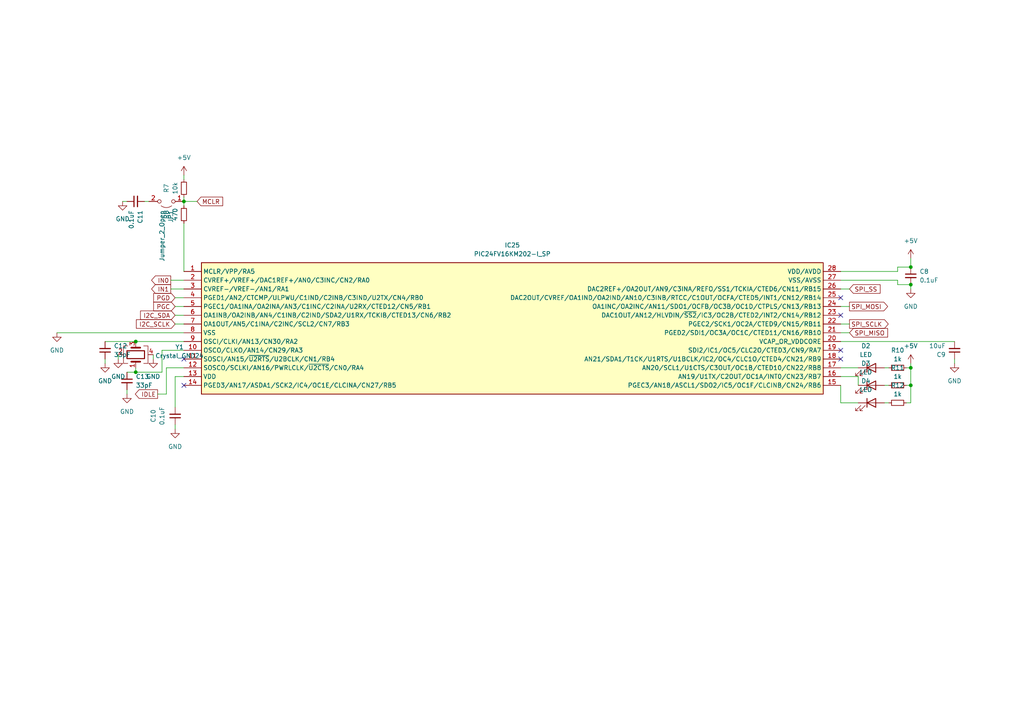
<source format=kicad_sch>
(kicad_sch (version 20230121) (generator eeschema)
  (paper "A4")
  (lib_symbols
    (symbol "Device:C_Small" (pin_numbers hide) (pin_names (offset 0.254) hide)
      (property "Reference" "C" (at 0.254 1.778 0))
      (property "Value" "C_Small" (at 0.254 -2.032 0))
      (symbol "C_Small_0_1"
        (polyline (pts (xy -1.524 -0.508) (xy 1.524 -0.508)) (stroke (width 0.3302)))
        (polyline (pts (xy -1.524 0.508) (xy 1.524 0.508)) (stroke (width 0.3048)))
      )
      (symbol "C_Small_1_1"
        (pin passive line (at 0 2.54 270) (length 2.032) (name "~") (number "1"))
        (pin passive line (at 0 -2.54 90) (length 2.032) (name "~") (number "2"))
      )
    )
    (symbol "Device:Crystal_GND24" (pin_names (offset 1.016) hide)
      (property "Reference" "Y" (at 3.175 5.08 0))
      (property "Value" "Crystal_GND24" (at 3.175 3.175 0))
      (symbol "Crystal_GND24_0_1"
        (rectangle (start -1.143 2.54) (end 1.143 -2.54) (stroke (width 0.3048)))
        (polyline (pts (xy -2.54 0) (xy -2.032 0)))
        (polyline (pts (xy -2.032 -1.27) (xy -2.032 1.27)) (stroke (width 0.508)))
        (polyline (pts (xy 0 -3.81) (xy 0 -3.556)))
        (polyline (pts (xy 0 3.556) (xy 0 3.81)))
        (polyline (pts (xy 2.032 -1.27) (xy 2.032 1.27)) (stroke (width 0.508)))
        (polyline (pts (xy 2.032 0) (xy 2.54 0)))
        (polyline (pts (xy -2.54 -2.286) (xy -2.54 -3.556) (xy 2.54 -3.556) (xy 2.54 -2.286)))
        (polyline (pts (xy -2.54 2.286) (xy -2.54 3.556) (xy 2.54 3.556) (xy 2.54 2.286)))
      )
      (symbol "Crystal_GND24_1_1"
        (pin passive line (at -3.81 0 0) (length 1.27) (name "1") (number "1"))
        (pin passive line (at 0 5.08 270) (length 1.27) (name "2") (number "2"))
        (pin passive line (at 3.81 0 180) (length 1.27) (name "3") (number "3"))
        (pin passive line (at 0 -5.08 90) (length 1.27) (name "4") (number "4"))
      )
    )
    (symbol "Device:LED" (pin_numbers hide) (pin_names (offset 1.016) hide)
      (property "Reference" "D" (at 0 2.54 0))
      (property "Value" "LED" (at 0 -2.54 0))
      (symbol "LED_0_1"
        (polyline (pts (xy -1.27 -1.27) (xy -1.27 1.27)) (stroke (width 0.254)))
        (polyline (pts (xy -1.27 0) (xy 1.27 0)))
        (polyline (pts (xy 1.27 -1.27) (xy 1.27 1.27) (xy -1.27 0) (xy 1.27 -1.27)) (stroke (width 0.254)))
        (polyline (pts (xy -3.048 -0.762) (xy -4.572 -2.286) (xy -3.81 -2.286) (xy -4.572 -2.286) (xy -4.572 -1.524)))
        (polyline (pts (xy -1.778 -0.762) (xy -3.302 -2.286) (xy -2.54 -2.286) (xy -3.302 -2.286) (xy -3.302 -1.524)))
      )
      (symbol "LED_1_1"
        (pin passive line (at -3.81 0 0) (length 2.54) (name "K") (number "1"))
        (pin passive line (at 3.81 0 180) (length 2.54) (name "A") (number "2"))
      )
    )
    (symbol "Device:R_Small" (pin_numbers hide) (pin_names (offset 0.254) hide)
      (property "Reference" "R" (at 0.762 0.508 0))
      (property "Value" "R_Small" (at 0.762 -1.016 0))
      (symbol "R_Small_0_1"
        (rectangle (start -0.762 1.778) (end 0.762 -1.778) (stroke (width 0.2032)))
      )
      (symbol "R_Small_1_1"
        (pin passive line (at 0 2.54 270) (length 0.762) (name "~") (number "1"))
        (pin passive line (at 0 -2.54 90) (length 0.762) (name "~") (number "2"))
      )
    )
    (symbol "Jumper:Jumper_2_Open" (pin_names (offset 0) hide)
      (property "Reference" "JP" (at 0 2.794 0))
      (property "Value" "Jumper_2_Open" (at 0 -2.286 0))
      (symbol "Jumper_2_Open_0_0"
        (circle (center -2.032 0) (radius 0.508))
        (circle (center 2.032 0) (radius 0.508))
      )
      (symbol "Jumper_2_Open_0_1"
        (arc (start 1.524 1.27) (mid 0 1.778) (end -1.524 1.27))
      )
      (symbol "Jumper_2_Open_1_1"
        (pin passive line (at -5.08 0 0) (length 2.54) (name "A") (number "1"))
        (pin passive line (at 5.08 0 180) (length 2.54) (name "B") (number "2"))
      )
    )
    (symbol "PIC24FV16KM202-I_SP:PIC24FV16KM202-I_SP"
      (property "Reference" "IC" (at 186.69 7.62 0))
      (property "Value" "PIC24FV16KM202-I_SP" (at 186.69 5.08 0))
      (symbol "PIC24FV16KM202-I_SP_1_1"
        (rectangle (start 5.08 2.54) (end 185.42 -35.56) (stroke (width 0.254)) (fill (type background)))
        (pin passive line (at 0 0 0) (length 5.08) (name "MCLR/VPP/RA5") (number "1"))
        (pin bidirectional line (at 0 -22.86 0) (length 5.08) (name "OSCO/CLKO/AN14/CN29/RA3") (number "10"))
        (pin bidirectional line (at 0 -25.4 0) (length 5.08) (name "SOSCI/AN15/~{U2RTS}/U2BCLK/CN1/RB4") (number "11"))
        (pin bidirectional line (at 0 -27.94 0) (length 5.08) (name "SOSCO/SCLKI/AN16/PWRLCLK/~{U2CTS}/CN0/RA4") (number "12"))
        (pin power_in line (at 0 -30.48 0) (length 5.08) (name "VDD") (number "13"))
        (pin bidirectional line (at 0 -33.02 0) (length 5.08) (name "PGED3/AN17/ASDA1/SCK2/IC4/OC1E/CLCINA/CN27/RB5") (number "14"))
        (pin bidirectional line (at 190.5 -33.02 180) (length 5.08) (name "PGEC3/AN18/ASCL1/SDO2/IC5/OC1F/CLCINB/CN24/RB6") (number "15"))
        (pin bidirectional line (at 190.5 -30.48 180) (length 5.08) (name "AN19/U1TX/C2OUT/OC1A/INT0/CN23/RB7") (number "16"))
        (pin bidirectional line (at 190.5 -27.94 180) (length 5.08) (name "AN20/SCL1/U1CTS/C3OUT/OC1B/CTED10/CN22/RB8") (number "17"))
        (pin bidirectional line (at 190.5 -25.4 180) (length 5.08) (name "AN21/SDA1/T1CK/U1RTS/U1BCLK/IC2/OC4/CLC1O/CTED4/CN21/RB9") (number "18"))
        (pin bidirectional line (at 190.5 -22.86 180) (length 5.08) (name "SDI2/IC1/OC5/CLC2O/CTED3/CN9/RA7") (number "19"))
        (pin bidirectional line (at 0 -2.54 0) (length 5.08) (name "CVREF+/VREF+/DAC1REF+/AN0/C3INC/CN2/RA0") (number "2"))
        (pin passive line (at 190.5 -20.32 180) (length 5.08) (name "VCAP_OR_VDDCORE") (number "20"))
        (pin bidirectional line (at 190.5 -17.78 180) (length 5.08) (name "PGED2/SDI1/OC3A/OC1C/CTED11/CN16/RB10") (number "21"))
        (pin bidirectional line (at 190.5 -15.24 180) (length 5.08) (name "PGEC2/SCK1/OC2A/CTED9/CN15/RB11") (number "22"))
        (pin bidirectional line (at 190.5 -12.7 180) (length 5.08) (name "DAC1OUT/AN12/HLVDIN/~{SS2}/IC3/OC2B/CTED2/INT2/CN14/RB12") (number "23"))
        (pin bidirectional line (at 190.5 -10.16 180) (length 5.08) (name "OA1INC/OA2INC/AN11/SDO1/OCFB/OC3B/OC1D/CTPLS/CN13/RB13") (number "24"))
        (pin bidirectional line (at 190.5 -7.62 180) (length 5.08) (name "DAC2OUT/CVREF/OA1IND/OA2IND/AN10/C3INB/RTCC/C1OUT/OCFA/CTED5/INT1/CN12/RB14") (number "25"))
        (pin bidirectional line (at 190.5 -5.08 180) (length 5.08) (name "DAC2REF+/OA2OUT/AN9/C3INA/REFO/SS1/TCKIA/CTED6/CN11/RB15") (number "26"))
        (pin power_in line (at 190.5 -2.54 180) (length 5.08) (name "VSS/AVSS") (number "27"))
        (pin power_in line (at 190.5 0 180) (length 5.08) (name "VDD/AVDD") (number "28"))
        (pin bidirectional line (at 0 -5.08 0) (length 5.08) (name "CVREF-/VREF-/AN1/RA1") (number "3"))
        (pin bidirectional line (at 0 -7.62 0) (length 5.08) (name "PGED1/AN2/CTCMP/ULPWU/C1IND/C2INB/C3IND/U2TX/CN4/RB0") (number "4"))
        (pin bidirectional line (at 0 -10.16 0) (length 5.08) (name "PGEC1/OA1INA/OA2INA/AN3/C1INC/C2INA/U2RX/CTED12/CN5/RB1") (number "5"))
        (pin bidirectional line (at 0 -12.7 0) (length 5.08) (name "OA1INB/OA2INB/AN4/C1INB/C2IND/SDA2/U1RX/TCKIB/CTED13/CN6/RB2") (number "6"))
        (pin bidirectional line (at 0 -15.24 0) (length 5.08) (name "OA1OUT/AN5/C1INA/C2INC/SCL2/CN7/RB3") (number "7"))
        (pin power_in line (at 0 -17.78 0) (length 5.08) (name "VSS") (number "8"))
        (pin bidirectional line (at 0 -20.32 0) (length 5.08) (name "OSCI/CLKI/AN13/CN30/RA2") (number "9"))
      )
    )
    (symbol "power:+5V" (power) (pin_names (offset 0))
      (property "Value" "+5V" (at 0 3.556 0))
      (symbol "+5V_0_1"
        (polyline (pts (xy -0.762 1.27) (xy 0 2.54)))
        (polyline (pts (xy 0 0) (xy 0 2.54)))
        (polyline (pts (xy 0 2.54) (xy 0.762 1.27)))
      )
      (symbol "+5V_1_1"
        (pin power_in line (at 0 0 90) (length 0) hide (name "+5V") (number "1"))
      )
    )
    (symbol "power:GND" (power) (pin_names (offset 0))
      (property "Value" "GND" (at 0 -3.81 0))
      (symbol "GND_0_1"
        (polyline (pts (xy 0 0) (xy 0 -1.27) (xy 1.27 -1.27) (xy 0 -2.54) (xy -1.27 -1.27) (xy 0 -1.27)))
      )
      (symbol "GND_1_1"
        (pin power_in line (at 0 0 270) (length 0) hide (name "GND") (number "1"))
      )
    )
  )
  (junction (at 53.34 58.42))
  (junction (at 39.37 99.06))
  (junction (at 264.16 111.76))
  (junction (at 264.16 106.68))
  (junction (at 264.16 77.47))
  (junction (at 39.37 107.95))
  (junction (at 264.16 82.55))
  (no_connect (at 243.84 104.14))
  (no_connect (at 53.34 111.76))
  (no_connect (at 243.84 101.6))
  (no_connect (at 53.34 104.14))
  (no_connect (at 243.84 91.44))
  (no_connect (at 243.84 86.36))
  (wire (pts (xy 49.53 83.82) (xy 53.34 83.82)))
  (wire (pts (xy 30.48 99.06) (xy 39.37 99.06)))
  (wire (pts (xy 260.35 82.55) (xy 264.16 82.55)))
  (wire (pts (xy 44.45 102.87) (xy 44.45 104.14)))
  (wire (pts (xy 243.84 116.84) (xy 248.92 116.84)))
  (wire (pts (xy 39.37 106.68) (xy 39.37 107.95)))
  (wire (pts (xy 243.84 106.68) (xy 248.92 106.68)))
  (wire (pts (xy 243.84 81.28) (xy 260.35 81.28)))
  (wire (pts (xy 243.84 99.06) (xy 276.86 99.06)))
  (wire (pts (xy 264.16 74.93) (xy 264.16 77.47)))
  (wire (pts (xy 45.72 114.3) (xy 48.26 114.3)))
  (wire (pts (xy 262.89 116.84) (xy 264.16 116.84)))
  (wire (pts (xy 39.37 107.95) (xy 46.99 107.95)))
  (wire (pts (xy 50.8 118.11) (xy 50.8 109.22)))
  (wire (pts (xy 50.8 93.98) (xy 53.34 93.98)))
  (wire (pts (xy 49.53 81.28) (xy 53.34 81.28)))
  (wire (pts (xy 248.92 109.22) (xy 248.92 111.76)))
  (wire (pts (xy 46.99 101.6) (xy 53.34 101.6)))
  (wire (pts (xy 16.51 96.52) (xy 53.34 96.52)))
  (wire (pts (xy 260.35 77.47) (xy 264.16 77.47)))
  (wire (pts (xy 243.84 111.76) (xy 243.84 116.84)))
  (wire (pts (xy 30.48 104.14) (xy 30.48 105.41)))
  (wire (pts (xy 262.89 106.68) (xy 264.16 106.68)))
  (wire (pts (xy 50.8 109.22) (xy 53.34 109.22)))
  (wire (pts (xy 243.84 93.98) (xy 246.38 93.98)))
  (wire (pts (xy 264.16 82.55) (xy 264.16 83.82)))
  (wire (pts (xy 243.84 78.74) (xy 260.35 78.74)))
  (wire (pts (xy 256.54 106.68) (xy 257.81 106.68)))
  (wire (pts (xy 36.83 58.42) (xy 35.56 58.42)))
  (wire (pts (xy 53.34 58.42) (xy 53.34 59.69)))
  (wire (pts (xy 48.26 106.68) (xy 53.34 106.68)))
  (wire (pts (xy 36.83 107.95) (xy 39.37 107.95)))
  (wire (pts (xy 276.86 104.14) (xy 276.86 105.41)))
  (wire (pts (xy 53.34 64.77) (xy 53.34 78.74)))
  (wire (pts (xy 246.38 96.52) (xy 243.84 96.52)))
  (wire (pts (xy 246.38 83.82) (xy 243.84 83.82)))
  (wire (pts (xy 43.18 58.42) (xy 41.91 58.42)))
  (wire (pts (xy 39.37 99.06) (xy 53.34 99.06)))
  (wire (pts (xy 48.26 106.68) (xy 48.26 114.3)))
  (wire (pts (xy 256.54 111.76) (xy 257.81 111.76)))
  (wire (pts (xy 264.16 111.76) (xy 264.16 116.84)))
  (wire (pts (xy 260.35 77.47) (xy 260.35 78.74)))
  (wire (pts (xy 53.34 58.42) (xy 57.15 58.42)))
  (wire (pts (xy 243.84 109.22) (xy 248.92 109.22)))
  (wire (pts (xy 50.8 91.44) (xy 53.34 91.44)))
  (wire (pts (xy 246.38 88.9) (xy 243.84 88.9)))
  (wire (pts (xy 50.8 123.19) (xy 50.8 124.46)))
  (wire (pts (xy 260.35 81.28) (xy 260.35 82.55)))
  (wire (pts (xy 36.83 113.03) (xy 36.83 114.3)))
  (wire (pts (xy 264.16 106.68) (xy 264.16 111.76)))
  (wire (pts (xy 50.8 86.36) (xy 53.34 86.36)))
  (wire (pts (xy 53.34 57.15) (xy 53.34 58.42)))
  (wire (pts (xy 50.8 88.9) (xy 53.34 88.9)))
  (wire (pts (xy 262.89 111.76) (xy 264.16 111.76)))
  (wire (pts (xy 34.29 102.87) (xy 34.29 104.14)))
  (wire (pts (xy 256.54 116.84) (xy 257.81 116.84)))
  (wire (pts (xy 46.99 107.95) (xy 46.99 101.6)))
  (wire (pts (xy 264.16 105.41) (xy 264.16 106.68)))
  (wire (pts (xy 53.34 52.07) (xy 53.34 50.8)))
  (global_label "I2C_SCLK" (shape input) (at 50.8 93.98 180) (property "Intersheetrefs" "${INTERSHEET_REFS}" (effects hide)))
  (global_label "I2C_SDA" (shape input) (at 50.8 91.44 180) (property "Intersheetrefs" "${INTERSHEET_REFS}" (effects hide)))
  (global_label "SPI_MOSI" (shape output) (at 246.38 88.9 0) (property "Intersheetrefs" "${INTERSHEET_REFS}" (effects hide)))
  (global_label "IN0" (shape output) (at 49.53 81.28 180) (property "Intersheetrefs" "${INTERSHEET_REFS}" (effects hide)))
  (global_label "SPI_MISO" (shape input) (at 246.38 96.52 0) (property "Intersheetrefs" "${INTERSHEET_REFS}" (effects hide)))
  (global_label "IDLE" (shape output) (at 45.72 114.3 180) (property "Intersheetrefs" "${INTERSHEET_REFS}" (effects hide)))
  (global_label "IN1" (shape output) (at 49.53 83.82 180) (property "Intersheetrefs" "${INTERSHEET_REFS}" (effects hide)))
  (global_label "SPI_SCLK" (shape output) (at 246.38 93.98 0) (property "Intersheetrefs" "${INTERSHEET_REFS}" (effects hide)))
  (global_label "SPI_SS" (shape input) (at 246.38 83.82 0) (property "Intersheetrefs" "${INTERSHEET_REFS}" (effects hide)))
  (global_label "MCLR" (shape input) (at 57.15 58.42 0) (property "Intersheetrefs" "${INTERSHEET_REFS}" (effects hide)))
  (global_label "PGD" (shape input) (at 50.8 86.36 180) (property "Intersheetrefs" "${INTERSHEET_REFS}" (effects hide)))
  (global_label "PGC" (shape input) (at 50.8 88.9 180) (property "Intersheetrefs" "${INTERSHEET_REFS}" (effects hide)))
  (symbol (lib_id "power:+5V") (at 264.16 105.41 0) (unit 1)
    (property "Reference" "#PWR053" (effects hide))
    (property "Value" "+5V" (at 264.16 100.33 0))
  )
  (symbol (lib_id "Device:R_Small") (at 53.34 54.61 0) (unit 1)
    (property "Reference" "R7" (at 48.26 54.61 90))
    (property "Value" "10k" (at 50.8 54.61 90))
    (property "Footprint" "Resistor_SMD:R_0805_2012Metric_Pad1.20x1.40mm_HandSolder" (effects hide))
  )
  (symbol (lib_id "Device:R_Small") (at 260.35 106.68 90) (unit 1)
    (property "Reference" "R10" (at 260.35 101.6 90))
    (property "Value" "1k" (at 260.35 104.14 90))
    (property "Footprint" "Resistor_SMD:R_0805_2012Metric_Pad1.20x1.40mm_HandSolder" (effects hide))
  )
  (symbol (lib_id "Jumper:Jumper_2_Open") (at 48.26 58.42 180) (unit 1)
    (property "Reference" "JP1" (at 49.53 60.96 90) (effects (justify left)))
    (property "Value" "Jumper_2_Open" (at 46.99 60.96 90) (effects (justify left)))
    (property "Footprint" "Library:HDRV2W67P0X254_1X2_508X241X858P" (effects hide))
  )
  (symbol (lib_id "power:+5V") (at 53.34 50.8 0) (unit 1)
    (property "Reference" "#PWR050" (effects hide))
    (property "Value" "+5V" (at 53.34 45.72 0))
  )
  (symbol (lib_id "Device:R_Small") (at 260.35 116.84 90) (unit 1)
    (property "Reference" "R12" (at 260.35 111.76 90))
    (property "Value" "1k" (at 260.35 114.3 90))
    (property "Footprint" "Resistor_SMD:R_0805_2012Metric_Pad1.20x1.40mm_HandSolder" (effects hide))
  )
  (symbol (lib_id "Device:LED") (at 252.73 106.68 0) (unit 1)
    (property "Reference" "D2" (at 251.1425 100.33 0))
    (property "Value" "LED" (at 251.1425 102.87 0))
    (property "Footprint" "LED_SMD:LED_0805_2012Metric_Pad1.15x1.40mm_HandSolder" (effects hide))
  )
  (symbol (lib_id "Device:R_Small") (at 260.35 111.76 90) (unit 1)
    (property "Reference" "R11" (at 260.35 106.68 90))
    (property "Value" "1k" (at 260.35 109.22 90))
    (property "Footprint" "Resistor_SMD:R_0805_2012Metric_Pad1.20x1.40mm_HandSolder" (effects hide))
  )
  (symbol (lib_id "power:GND") (at 30.48 105.41 0) (unit 1)
    (property "Reference" "#PWR051" (effects hide))
    (property "Value" "GND" (at 30.48 110.49 0))
  )
  (symbol (lib_id "Device:C_Small") (at 36.83 110.49 0) (unit 1)
    (property "Reference" "C13" (at 39.37 109.2263 0) (effects (justify left)))
    (property "Value" "33pF" (at 39.37 111.7663 0) (effects (justify left)))
    (property "Footprint" "Capacitor_SMD:C_0805_2012Metric_Pad1.18x1.45mm_HandSolder" (effects hide))
  )
  (symbol (lib_id "power:GND") (at 35.56 58.42 0) (unit 1)
    (property "Reference" "#PWR049" (effects hide))
    (property "Value" "GND" (at 35.56 63.5 0))
  )
  (symbol (lib_id "power:GND") (at 44.45 104.14 0) (unit 1)
    (property "Reference" "#PWR064" (effects hide))
    (property "Value" "GND" (at 44.45 109.22 0))
  )
  (symbol (lib_id "Device:LED") (at 252.73 116.84 0) (unit 1)
    (property "Reference" "D4" (at 251.1425 110.49 0))
    (property "Value" "LED" (at 251.1425 113.03 0))
    (property "Footprint" "LED_SMD:LED_0805_2012Metric_Pad1.15x1.40mm_HandSolder" (effects hide))
  )
  (symbol (lib_id "Device:C_Small") (at 50.8 120.65 180) (unit 1)
    (property "Reference" "C10" (at 44.45 120.6437 90))
    (property "Value" "0.1uF" (at 46.99 120.6437 90))
    (property "Footprint" "Capacitor_SMD:C_0805_2012Metric_Pad1.18x1.45mm_HandSolder" (effects hide))
  )
  (symbol (lib_id "power:GND") (at 50.8 124.46 0) (unit 1)
    (property "Reference" "#PWR057" (effects hide))
    (property "Value" "GND" (at 50.8 129.54 0))
  )
  (symbol (lib_id "Device:Crystal_GND24") (at 39.37 102.87 90) (unit 1)
    (property "Reference" "Y1" (at 52.07 100.6541 90))
    (property "Value" "Crystal_GND24" (at 52.07 103.1941 90))
    (property "Footprint" "Library:ABM8G" (effects hide))
  )
  (symbol (lib_id "Device:C_Small") (at 39.37 58.42 90) (unit 1)
    (property "Reference" "C11" (at 40.6464 60.96 0) (effects (justify right)))
    (property "Value" "0.1uF" (at 38.1064 60.96 0) (effects (justify right)))
    (property "Footprint" "Capacitor_SMD:C_0805_2012Metric_Pad1.18x1.45mm_HandSolder" (effects hide))
  )
  (symbol (lib_id "Device:C_Small") (at 276.86 101.6 180) (unit 1)
    (property "Reference" "C9" (at 274.32 102.8637 0) (effects (justify left)))
    (property "Value" "10uF" (at 274.32 100.3237 0) (effects (justify left)))
    (property "Footprint" "Capacitor_SMD:C_0805_2012Metric_Pad1.18x1.45mm_HandSolder" (effects hide))
  )
  (symbol (lib_id "power:+5V") (at 264.16 74.93 0) (unit 1)
    (property "Reference" "#PWR055" (effects hide))
    (property "Value" "+5V" (at 264.16 69.85 0))
  )
  (symbol (lib_id "power:GND") (at 264.16 83.82 0) (unit 1)
    (property "Reference" "#PWR056" (effects hide))
    (property "Value" "GND" (at 264.16 88.9 0))
  )
  (symbol (lib_id "power:GND") (at 34.29 104.14 0) (unit 1)
    (property "Reference" "#PWR065" (effects hide))
    (property "Value" "GND" (at 34.29 109.22 0))
  )
  (symbol (lib_id "Device:C_Small") (at 30.48 101.6 180) (unit 1)
    (property "Reference" "C12" (at 33.02 100.3236 0) (effects (justify right)))
    (property "Value" "33pF" (at 33.02 102.8636 0) (effects (justify right)))
    (property "Footprint" "Capacitor_SMD:C_0805_2012Metric_Pad1.18x1.45mm_HandSolder" (effects hide))
  )
  (symbol (lib_id "power:GND") (at 276.86 105.41 0) (unit 1)
    (property "Reference" "#PWR054" (effects hide))
    (property "Value" "GND" (at 276.86 110.49 0))
  )
  (symbol (lib_id "Device:LED") (at 252.73 111.76 0) (unit 1)
    (property "Reference" "D3" (at 251.1425 105.41 0))
    (property "Value" "LED" (at 251.1425 107.95 0))
    (property "Footprint" "LED_SMD:LED_0805_2012Metric_Pad1.15x1.40mm_HandSolder" (effects hide))
  )
  (symbol (lib_id "power:GND") (at 16.51 96.52 0) (unit 1)
    (property "Reference" "#PWR058" (effects hide))
    (property "Value" "GND" (at 16.51 101.6 0))
  )
  (symbol (lib_id "power:GND") (at 36.83 114.3 0) (unit 1)
    (property "Reference" "#PWR052" (effects hide))
    (property "Value" "GND" (at 36.83 119.38 0))
  )
  (symbol (lib_id "Device:C_Small") (at 264.16 80.01 0) (unit 1)
    (property "Reference" "C8" (at 266.7 78.7463 0) (effects (justify left)))
    (property "Value" "0.1uF" (at 266.7 81.2863 0) (effects (justify left)))
    (property "Footprint" "Capacitor_SMD:C_0805_2012Metric_Pad1.18x1.45mm_HandSolder" (effects hide))
  )
  (symbol (lib_id "Device:R_Small") (at 53.34 62.23 180) (unit 1)
    (property "Reference" "R8" (at 48.26 62.23 90))
    (property "Value" "470" (at 50.8 62.23 90))
    (property "Footprint" "Resistor_SMD:R_0805_2012Metric_Pad1.20x1.40mm_HandSolder" (effects hide))
  )
  (symbol (lib_id "PIC24FV16KM202-I_SP:PIC24FV16KM202-I_SP") (at 53.34 78.74 0) (unit 1)
    (property "Reference" "IC25" (at 148.59 71.12 0))
    (property "Value" "PIC24FV16KM202-I_SP" (at 148.59 73.66 0))
    (property "Footprint" "Library:DIP794W56P254L3486H508Q28N" (effects hide))
    (property "Datasheet" "https://datasheet.datasheetarchive.com/originals/distributors/Datasheets-DGA25/1726832.pdf" (effects hide))
    (property "Height" "5.08" (effects hide))
    (property "Mouser Part Number" "579-24FV16KM202I/SP" (effects hide))
    (property "Mouser Price/Stock" "https://www.mouser.co.uk/ProductDetail/Microchip-Technology/PIC24FV16KM202-I-SP?qs=AU9dwobXBbCLsrF9G2AkZw%3D%3D" (effects hide))
    (property "Manufacturer_Name" "Microchip" (effects hide))
    (property "Manufacturer_Part_Number" "PIC24FV16KM202-I/SP" (effects hide))
  )
)
</source>
